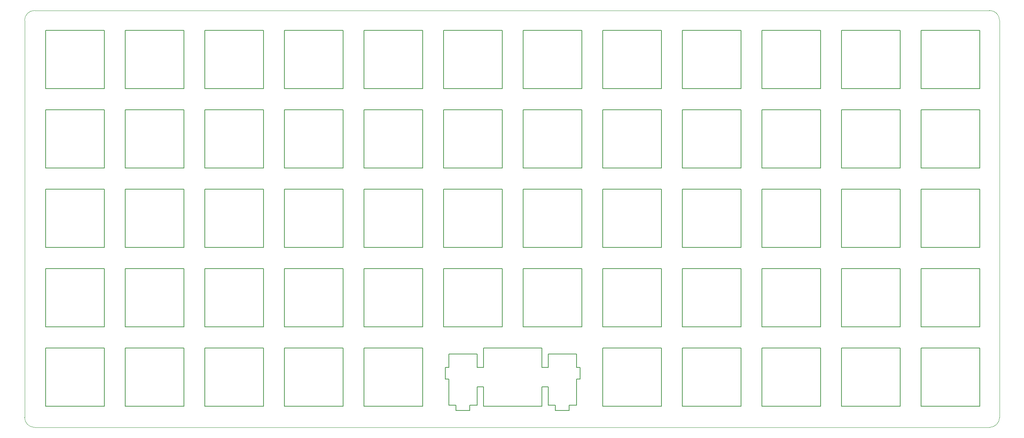
<source format=gbr>
G04 #@! TF.GenerationSoftware,KiCad,Pcbnew,(5.1.9)-1*
G04 #@! TF.CreationDate,2021-06-18T19:29:58-04:00*
G04 #@! TF.ProjectId,top,746f702e-6b69-4636-9164-5f7063625858,rev?*
G04 #@! TF.SameCoordinates,Original*
G04 #@! TF.FileFunction,Profile,NP*
%FSLAX46Y46*%
G04 Gerber Fmt 4.6, Leading zero omitted, Abs format (unit mm)*
G04 Created by KiCad (PCBNEW (5.1.9)-1) date 2021-06-18 19:29:58*
%MOMM*%
%LPD*%
G01*
G04 APERTURE LIST*
G04 #@! TA.AperFunction,Profile*
%ADD10C,0.200000*%
G04 #@! TD*
G04 #@! TA.AperFunction,Profile*
%ADD11C,0.100000*%
G04 #@! TD*
G04 APERTURE END LIST*
D10*
X61913800Y-37812300D02*
X47914250Y-37812300D01*
X47914250Y-37812300D02*
X47914250Y-23813000D01*
X238414600Y-61913000D02*
X252413600Y-61913000D01*
X257464600Y-75912300D02*
X257464600Y-61913000D01*
X238414600Y-75912300D02*
X238414600Y-61913000D01*
X219364600Y-75912300D02*
X219364600Y-61913000D01*
X176213600Y-75912300D02*
X162212600Y-75912300D01*
X195263600Y-75912300D02*
X181264600Y-75912300D01*
X271463600Y-75912300D02*
X257464600Y-75912300D01*
X252413600Y-61913000D02*
X252413600Y-75912300D01*
X257464600Y-56862300D02*
X257464600Y-42863000D01*
X271463600Y-56862300D02*
X257464600Y-56862300D01*
X47914250Y-61913000D02*
X61913800Y-61913000D01*
X233363600Y-61913000D02*
X233363600Y-75912300D01*
X86014300Y-61913000D02*
X100013600Y-61913000D01*
X124114300Y-61913000D02*
X138113600Y-61913000D01*
X233363600Y-75912300D02*
X219364600Y-75912300D01*
X271463600Y-42863000D02*
X271463600Y-56862300D01*
X257464600Y-42863000D02*
X271463600Y-42863000D01*
X124114300Y-75912300D02*
X124114300Y-61913000D01*
X162212600Y-75912300D02*
X162212600Y-61913000D01*
X47914250Y-75912300D02*
X47914250Y-61913000D01*
X61913800Y-75912300D02*
X47914250Y-75912300D01*
X66964300Y-61913000D02*
X80963600Y-61913000D01*
X162212600Y-61913000D02*
X176213600Y-61913000D01*
X119063600Y-61913000D02*
X119063600Y-75912300D01*
X157163600Y-61913000D02*
X157163600Y-75912300D01*
X271463600Y-61913000D02*
X271463600Y-75912300D01*
X214313600Y-75912300D02*
X200314600Y-75912300D01*
X138113600Y-61913000D02*
X138113600Y-75912300D01*
X195263600Y-61913000D02*
X195263600Y-75912300D01*
X200314600Y-75912300D02*
X200314600Y-61913000D01*
X143162900Y-61913000D02*
X157163600Y-61913000D01*
X176213600Y-61913000D02*
X176213600Y-75912300D01*
X200314600Y-61913000D02*
X214313600Y-61913000D01*
X214313600Y-61913000D02*
X214313600Y-75912300D01*
X181264600Y-75912300D02*
X181264600Y-61913000D01*
X157163600Y-75912300D02*
X143162900Y-75912300D01*
X61913800Y-61913000D02*
X61913800Y-75912300D01*
X105064300Y-75912300D02*
X105064300Y-61913000D01*
X66964300Y-75912300D02*
X66964300Y-61913000D01*
X80963600Y-75912300D02*
X66964300Y-75912300D01*
X100013600Y-75912300D02*
X86014300Y-75912300D01*
X143162900Y-75912300D02*
X143162900Y-61913000D01*
X181264600Y-61913000D02*
X195263600Y-61913000D01*
X80963600Y-61913000D02*
X80963600Y-75912300D01*
X86014300Y-75912300D02*
X86014300Y-61913000D01*
X100013600Y-61913000D02*
X100013600Y-75912300D01*
X105064300Y-61913000D02*
X119063600Y-61913000D01*
X219364600Y-61913000D02*
X233363600Y-61913000D01*
X252413600Y-75912300D02*
X238414600Y-75912300D01*
X119063600Y-75912300D02*
X105064300Y-75912300D01*
X138113600Y-75912300D02*
X124114300Y-75912300D01*
X257464600Y-61913000D02*
X271463600Y-61913000D01*
X80963600Y-114012460D02*
X66964300Y-114012460D01*
X100013600Y-114012460D02*
X86014300Y-114012460D01*
X100013600Y-100013000D02*
X100013600Y-114012460D01*
X162212600Y-94962500D02*
X162212600Y-80963100D01*
X238414600Y-80963100D02*
X252413600Y-80963100D01*
X80963600Y-100013000D02*
X80963600Y-114012460D01*
X66964300Y-94962500D02*
X66964300Y-80963100D01*
X86014300Y-114012460D02*
X86014300Y-100013000D01*
X181264600Y-94962500D02*
X181264600Y-80963100D01*
X214313600Y-80963100D02*
X214313600Y-94962500D01*
X61913800Y-80963100D02*
X61913800Y-94962500D01*
X47914250Y-80963100D02*
X61913800Y-80963100D01*
X195263600Y-80963100D02*
X195263600Y-94962500D01*
X80963600Y-80963100D02*
X80963600Y-94962500D01*
X86014300Y-100013000D02*
X100013600Y-100013000D01*
X61913800Y-114012460D02*
X47914250Y-114012460D01*
X195263600Y-94962500D02*
X181264600Y-94962500D01*
X66964300Y-80963100D02*
X80963600Y-80963100D01*
X119063600Y-94962500D02*
X105064300Y-94962500D01*
X257464600Y-80963100D02*
X271463600Y-80963100D01*
X86014300Y-94962500D02*
X86014300Y-80963100D01*
X86014300Y-80963100D02*
X100013600Y-80963100D01*
X124114300Y-80963100D02*
X138113600Y-80963100D01*
X143162900Y-80963100D02*
X157163600Y-80963100D01*
X105064300Y-114012460D02*
X105064300Y-100013000D01*
X124114300Y-94962500D02*
X124114300Y-80963100D01*
X138113600Y-80963100D02*
X138113600Y-94962500D01*
X181264600Y-80963100D02*
X195263600Y-80963100D01*
X119063600Y-80963100D02*
X119063600Y-94962500D01*
X257464600Y-94962500D02*
X257464600Y-80963100D01*
X105064300Y-100013000D02*
X119063600Y-100013000D01*
X105064300Y-80963100D02*
X119063600Y-80963100D01*
X66964300Y-114012460D02*
X66964300Y-100013000D01*
X176213600Y-80963100D02*
X176213600Y-94962500D01*
X157163600Y-94962500D02*
X143162900Y-94962500D01*
X162212600Y-80963100D02*
X176213600Y-80963100D01*
X176213600Y-94962500D02*
X162212600Y-94962500D01*
X271463600Y-94962500D02*
X257464600Y-94962500D01*
X271463600Y-80963100D02*
X271463600Y-94962500D01*
X119063600Y-100013000D02*
X119063600Y-114012460D01*
X214313600Y-94962500D02*
X200314600Y-94962500D01*
X219364600Y-94962500D02*
X219364600Y-80963100D01*
X252413600Y-80963100D02*
X252413600Y-94962500D01*
X143162900Y-94962500D02*
X143162900Y-80963100D01*
X157163600Y-80963100D02*
X157163600Y-94962500D01*
X200314600Y-80963100D02*
X214313600Y-80963100D01*
X119063600Y-114012460D02*
X105064300Y-114012460D01*
X61913800Y-100013000D02*
X61913800Y-114012460D01*
X47914250Y-94962500D02*
X47914250Y-80963100D01*
X252413600Y-94962500D02*
X238414600Y-94962500D01*
X238414600Y-94962500D02*
X238414600Y-80963100D01*
X61913800Y-94962500D02*
X47914250Y-94962500D01*
X100013600Y-80963100D02*
X100013600Y-94962500D01*
X233363600Y-94962500D02*
X219364600Y-94962500D01*
X219364600Y-80963100D02*
X233363600Y-80963100D01*
X105064300Y-94962500D02*
X105064300Y-80963100D01*
X233363600Y-80963100D02*
X233363600Y-94962500D01*
X66964300Y-100013000D02*
X80963600Y-100013000D01*
X138113600Y-94962500D02*
X124114300Y-94962500D01*
X47914250Y-100013000D02*
X61913800Y-100013000D01*
X80963600Y-94962500D02*
X66964300Y-94962500D01*
X100013600Y-94962500D02*
X86014300Y-94962500D01*
X200314600Y-94962500D02*
X200314600Y-80963100D01*
X47914250Y-114012460D02*
X47914250Y-100013000D01*
X238414600Y-100013000D02*
X252413600Y-100013000D01*
X271463600Y-114012460D02*
X257464600Y-114012460D01*
X168214600Y-104713500D02*
X166688600Y-104713500D01*
X166688600Y-109311990D02*
X168214600Y-109311990D01*
X166688600Y-100013000D02*
X152689600Y-100013000D01*
X152689600Y-114012460D02*
X166688600Y-114012460D01*
X144412800Y-101483300D02*
X144412800Y-104713500D01*
X214313600Y-114012460D02*
X200314600Y-114012460D01*
X200314600Y-114012460D02*
X200314600Y-100013000D01*
X138113600Y-114012460D02*
X124114300Y-114012460D01*
X124114300Y-100013000D02*
X138113600Y-100013000D01*
X169939600Y-113782330D02*
X169939600Y-114982600D01*
X195263600Y-114012460D02*
X181264600Y-114012460D01*
X181264600Y-114012460D02*
X181264600Y-100013000D01*
X168214600Y-113782330D02*
X169939600Y-113782330D01*
X195263600Y-100013000D02*
X195263600Y-114012460D01*
X151163600Y-109311990D02*
X152689600Y-109311990D01*
X144412800Y-107512260D02*
X144412800Y-113782330D01*
X174963600Y-113782330D02*
X174963600Y-107512260D01*
X181264600Y-100013000D02*
X195263600Y-100013000D01*
X214313600Y-100013000D02*
X214313600Y-114012460D01*
X233363600Y-114012460D02*
X219364600Y-114012460D01*
X233363600Y-100013000D02*
X233363600Y-114012460D01*
X152689600Y-100013000D02*
X152689600Y-104713500D01*
X252413600Y-114012460D02*
X238414600Y-114012460D01*
X143588700Y-107512260D02*
X144412800Y-107512260D01*
X257464600Y-114012460D02*
X257464600Y-100013000D01*
X152689600Y-109311990D02*
X152689600Y-114012460D01*
X257464600Y-100013000D02*
X271463600Y-100013000D01*
X166688600Y-104713500D02*
X166688600Y-100013000D01*
X168214600Y-109311990D02*
X168214600Y-113782330D01*
X168214600Y-101483300D02*
X168214600Y-104713500D01*
X175789600Y-104713500D02*
X174963600Y-104713500D01*
X151163600Y-113782330D02*
X151163600Y-109311990D01*
X174963600Y-101483300D02*
X168214600Y-101483300D01*
X144412800Y-113782330D02*
X146139600Y-113782330D01*
X146139600Y-114982600D02*
X149438600Y-114982600D01*
X151163600Y-104713500D02*
X151163600Y-101483300D01*
X174963600Y-107512260D02*
X175789600Y-107512260D01*
X166688600Y-114012460D02*
X166688600Y-109311990D01*
X144412800Y-104713500D02*
X143588700Y-104713500D01*
X151163600Y-101483300D02*
X144412800Y-101483300D01*
X152689600Y-104713500D02*
X151163600Y-104713500D01*
X143588700Y-104713500D02*
X143588700Y-107512260D01*
X149438600Y-114982600D02*
X149438600Y-113782330D01*
X146139600Y-113782330D02*
X146139600Y-114982600D01*
X271463600Y-100013000D02*
X271463600Y-114012460D01*
X174963600Y-104713500D02*
X174963600Y-101483300D01*
X175789600Y-107512260D02*
X175789600Y-104713500D01*
X173238600Y-113782330D02*
X174963600Y-113782330D01*
X169939600Y-114982600D02*
X173238600Y-114982600D01*
X124114300Y-114012460D02*
X124114300Y-100013000D01*
X173238600Y-114982600D02*
X173238600Y-113782330D01*
X138113600Y-100013000D02*
X138113600Y-114012460D01*
X200314600Y-100013000D02*
X214313600Y-100013000D01*
X219364600Y-114012460D02*
X219364600Y-100013000D01*
X149438600Y-113782330D02*
X151163600Y-113782330D01*
X219364600Y-100013000D02*
X233363600Y-100013000D01*
X238414600Y-114012460D02*
X238414600Y-100013000D01*
X252413600Y-100013000D02*
X252413600Y-114012460D01*
X176213600Y-37812300D02*
X162212600Y-37812300D01*
X124114300Y-37812300D02*
X124114300Y-23813000D01*
X143162900Y-23813000D02*
X157163600Y-23813000D01*
X162212600Y-37812300D02*
X162212600Y-23813000D01*
X124114300Y-23813000D02*
X138113600Y-23813000D01*
X162212600Y-23813000D02*
X176213600Y-23813000D01*
X100013600Y-37812300D02*
X86014300Y-37812300D01*
X66964300Y-37812300D02*
X66964300Y-23813000D01*
X138113600Y-23813000D02*
X138113600Y-37812300D01*
X86014300Y-23813000D02*
X100013600Y-23813000D01*
X119063600Y-37812300D02*
X105064300Y-37812300D01*
X80963600Y-37812300D02*
X66964300Y-37812300D01*
X157163600Y-23813000D02*
X157163600Y-37812300D01*
X86014300Y-37812300D02*
X86014300Y-23813000D01*
X80963600Y-23813000D02*
X80963600Y-37812300D01*
X138113600Y-37812300D02*
X124114300Y-37812300D01*
X66964300Y-23813000D02*
X80963600Y-23813000D01*
X100013600Y-23813000D02*
X100013600Y-37812300D01*
X105064300Y-37812300D02*
X105064300Y-23813000D01*
X105064300Y-23813000D02*
X119063600Y-23813000D01*
X119063600Y-23813000D02*
X119063600Y-37812300D01*
X143162900Y-37812300D02*
X143162900Y-23813000D01*
X157163600Y-37812300D02*
X143162900Y-37812300D01*
X176213600Y-23813000D02*
X176213600Y-37812300D01*
X257464600Y-23813000D02*
X271463600Y-23813000D01*
X80963600Y-56862300D02*
X66964300Y-56862300D01*
X233363600Y-37812300D02*
X219364600Y-37812300D01*
X86014300Y-56862300D02*
X86014300Y-42863000D01*
X233363600Y-42863000D02*
X233363600Y-56862300D01*
X157163600Y-42863000D02*
X157163600Y-56862300D01*
X214313600Y-42863000D02*
X214313600Y-56862300D01*
X181264600Y-42863000D02*
X195263600Y-42863000D01*
X200314600Y-37812300D02*
X200314600Y-23813000D01*
X214313600Y-23813000D02*
X214313600Y-37812300D01*
X219364600Y-42863000D02*
X233363600Y-42863000D01*
X252413600Y-23813000D02*
X252413600Y-37812300D01*
X233363600Y-56862300D02*
X219364600Y-56862300D01*
X66964300Y-56862300D02*
X66964300Y-42863000D01*
X100013600Y-42863000D02*
X100013600Y-56862300D01*
X200314600Y-23813000D02*
X214313600Y-23813000D01*
X219364600Y-56862300D02*
X219364600Y-42863000D01*
X195263600Y-56862300D02*
X181264600Y-56862300D01*
X138113600Y-42863000D02*
X138113600Y-56862300D01*
X233363600Y-23813000D02*
X233363600Y-37812300D01*
X271463600Y-23813000D02*
X271463600Y-37812300D01*
X252413600Y-37812300D02*
X238414600Y-37812300D01*
X61913800Y-42863000D02*
X61913800Y-56862300D01*
X200314600Y-42863000D02*
X214313600Y-42863000D01*
X176213600Y-42863000D02*
X176213600Y-56862300D01*
X219364600Y-37812300D02*
X219364600Y-23813000D01*
X124114300Y-42863000D02*
X138113600Y-42863000D01*
X214313600Y-56862300D02*
X200314600Y-56862300D01*
X219364600Y-23813000D02*
X233363600Y-23813000D01*
X238414600Y-37812300D02*
X238414600Y-23813000D01*
X238414600Y-56862300D02*
X238414600Y-42863000D01*
X61913800Y-56862300D02*
X47914250Y-56862300D01*
X271463600Y-37812300D02*
X257464600Y-37812300D01*
X66964300Y-42863000D02*
X80963600Y-42863000D01*
X105064300Y-56862300D02*
X105064300Y-42863000D01*
X200314600Y-56862300D02*
X200314600Y-42863000D01*
X162212600Y-42863000D02*
X176213600Y-42863000D01*
X138113600Y-56862300D02*
X124114300Y-56862300D01*
X105064300Y-42863000D02*
X119063600Y-42863000D01*
X162212600Y-56862300D02*
X162212600Y-42863000D01*
X119063600Y-42863000D02*
X119063600Y-56862300D01*
X157163600Y-56862300D02*
X143162900Y-56862300D01*
X252413600Y-42863000D02*
X252413600Y-56862300D01*
X143162900Y-42863000D02*
X157163600Y-42863000D01*
X176213600Y-56862300D02*
X162212600Y-56862300D01*
X143162900Y-56862300D02*
X143162900Y-42863000D01*
X252413600Y-56862300D02*
X238414600Y-56862300D01*
X124114300Y-56862300D02*
X124114300Y-42863000D01*
X181264600Y-37812300D02*
X181264600Y-23813000D01*
X195263600Y-37812300D02*
X181264600Y-37812300D01*
X195263600Y-42863000D02*
X195263600Y-56862300D01*
X195263600Y-23813000D02*
X195263600Y-37812300D01*
X214313600Y-37812300D02*
X200314600Y-37812300D01*
X47914250Y-56862300D02*
X47914250Y-42863000D01*
X257464600Y-37812300D02*
X257464600Y-23813000D01*
X47914250Y-42863000D02*
X61913800Y-42863000D01*
X181264600Y-56862300D02*
X181264600Y-42863000D01*
X238414600Y-42863000D02*
X252413600Y-42863000D01*
X80963600Y-42863000D02*
X80963600Y-56862300D01*
X100013600Y-56862300D02*
X86014300Y-56862300D01*
X119063600Y-56862300D02*
X105064300Y-56862300D01*
X86014300Y-42863000D02*
X100013600Y-42863000D01*
X181264600Y-23813000D02*
X195263600Y-23813000D01*
X238414600Y-23813000D02*
X252413600Y-23813000D01*
X47914250Y-23813000D02*
X61913800Y-23813000D01*
X61913800Y-23813000D02*
X61913800Y-37812300D01*
D11*
X42863400Y-116683700D02*
X42863400Y-21431700D01*
X45244700Y-119065000D02*
G75*
G02*
X42863400Y-116683700I0J2381300D01*
G01*
X42863400Y-21431700D02*
G75*
G02*
X45244700Y-19050400I2381300J0D01*
G01*
X276230800Y-116683700D02*
G75*
G02*
X273849500Y-119065000I-2381300J0D01*
G01*
X273849500Y-19050400D02*
G75*
G02*
X276230800Y-21431700I0J-2381300D01*
G01*
X273849500Y-19050400D02*
X45244700Y-19050400D01*
X273849500Y-119065000D02*
X45244700Y-119065000D01*
X276230800Y-21431700D02*
X276230800Y-116683700D01*
M02*

</source>
